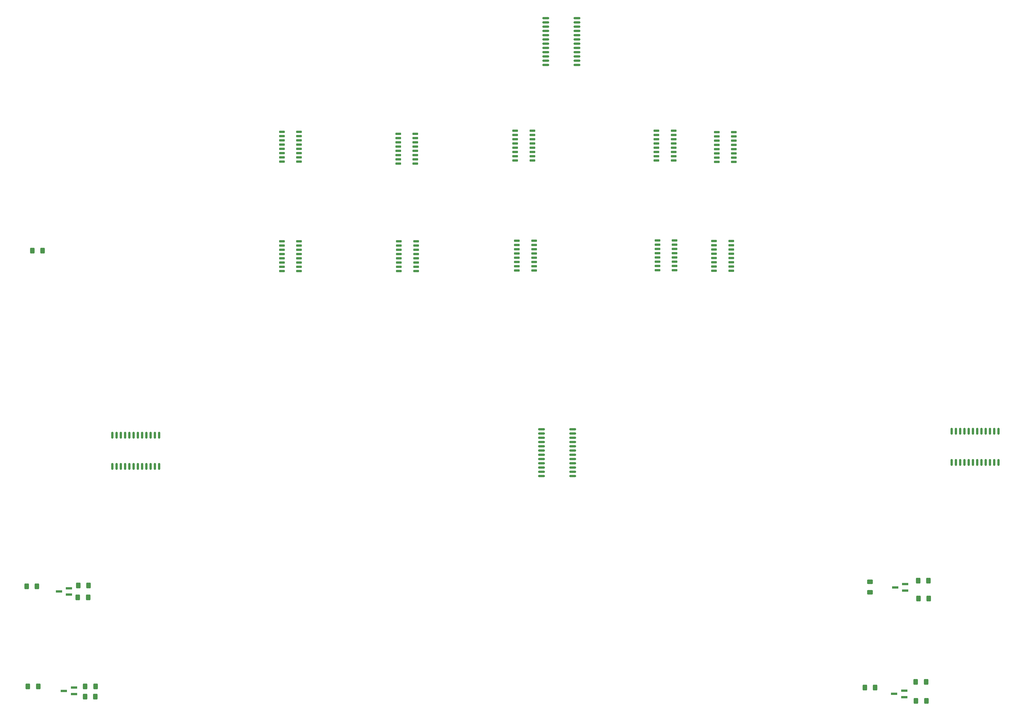
<source format=gbp>
%TF.GenerationSoftware,KiCad,Pcbnew,(5.99.0-11071-g7fde05e8ee)*%
%TF.CreationDate,2021-09-22T13:11:59+02:00*%
%TF.ProjectId,Mixduino,4d697864-7569-46e6-9f2e-6b696361645f,rev?*%
%TF.SameCoordinates,Original*%
%TF.FileFunction,Paste,Bot*%
%TF.FilePolarity,Positive*%
%FSLAX46Y46*%
G04 Gerber Fmt 4.6, Leading zero omitted, Abs format (unit mm)*
G04 Created by KiCad (PCBNEW (5.99.0-11071-g7fde05e8ee)) date 2021-09-22 13:11:59*
%MOMM*%
%LPD*%
G01*
G04 APERTURE LIST*
G04 Aperture macros list*
%AMRoundRect*
0 Rectangle with rounded corners*
0 $1 Rounding radius*
0 $2 $3 $4 $5 $6 $7 $8 $9 X,Y pos of 4 corners*
0 Add a 4 corners polygon primitive as box body*
4,1,4,$2,$3,$4,$5,$6,$7,$8,$9,$2,$3,0*
0 Add four circle primitives for the rounded corners*
1,1,$1+$1,$2,$3*
1,1,$1+$1,$4,$5*
1,1,$1+$1,$6,$7*
1,1,$1+$1,$8,$9*
0 Add four rect primitives between the rounded corners*
20,1,$1+$1,$2,$3,$4,$5,0*
20,1,$1+$1,$4,$5,$6,$7,0*
20,1,$1+$1,$6,$7,$8,$9,0*
20,1,$1+$1,$8,$9,$2,$3,0*%
G04 Aperture macros list end*
%ADD10RoundRect,0.250000X-0.400000X-0.625000X0.400000X-0.625000X0.400000X0.625000X-0.400000X0.625000X0*%
%ADD11R,1.900000X0.800000*%
%ADD12RoundRect,0.250000X0.400000X0.625000X-0.400000X0.625000X-0.400000X-0.625000X0.400000X-0.625000X0*%
%ADD13RoundRect,0.150000X0.150000X-0.875000X0.150000X0.875000X-0.150000X0.875000X-0.150000X-0.875000X0*%
%ADD14RoundRect,0.250000X0.625000X-0.400000X0.625000X0.400000X-0.625000X0.400000X-0.625000X-0.400000X0*%
%ADD15RoundRect,0.150000X0.725000X0.150000X-0.725000X0.150000X-0.725000X-0.150000X0.725000X-0.150000X0*%
%ADD16RoundRect,0.150000X0.875000X0.150000X-0.875000X0.150000X-0.875000X-0.150000X0.875000X-0.150000X0*%
G04 APERTURE END LIST*
D10*
X158750000Y-283300000D03*
X161850000Y-283300000D03*
D11*
X403500000Y-252750000D03*
X403500000Y-254650000D03*
X400500000Y-253700000D03*
D12*
X146050000Y-153162000D03*
X142950000Y-153162000D03*
D11*
X155400000Y-283650000D03*
X155400000Y-285550000D03*
X152400000Y-284600000D03*
D13*
X431385000Y-216350000D03*
X430115000Y-216350000D03*
X428845000Y-216350000D03*
X427575000Y-216350000D03*
X426305000Y-216350000D03*
X425035000Y-216350000D03*
X423765000Y-216350000D03*
X422495000Y-216350000D03*
X421225000Y-216350000D03*
X419955000Y-216350000D03*
X418685000Y-216350000D03*
X417415000Y-216350000D03*
X417415000Y-207050000D03*
X418685000Y-207050000D03*
X419955000Y-207050000D03*
X421225000Y-207050000D03*
X422495000Y-207050000D03*
X423765000Y-207050000D03*
X425035000Y-207050000D03*
X426305000Y-207050000D03*
X427575000Y-207050000D03*
X428845000Y-207050000D03*
X430115000Y-207050000D03*
X431385000Y-207050000D03*
D14*
X393000000Y-255150000D03*
X393000000Y-252050000D03*
D15*
X292244600Y-117315600D03*
X292244600Y-118585600D03*
X292244600Y-119855600D03*
X292244600Y-121125600D03*
X292244600Y-122395600D03*
X292244600Y-123665600D03*
X292244600Y-124935600D03*
X292244600Y-126205600D03*
X287094600Y-126205600D03*
X287094600Y-124935600D03*
X287094600Y-123665600D03*
X287094600Y-122395600D03*
X287094600Y-121125600D03*
X287094600Y-119855600D03*
X287094600Y-118585600D03*
X287094600Y-117315600D03*
X222589800Y-117678200D03*
X222589800Y-118948200D03*
X222589800Y-120218200D03*
X222589800Y-121488200D03*
X222589800Y-122758200D03*
X222589800Y-124028200D03*
X222589800Y-125298200D03*
X222589800Y-126568200D03*
X217439800Y-126568200D03*
X217439800Y-125298200D03*
X217439800Y-124028200D03*
X217439800Y-122758200D03*
X217439800Y-121488200D03*
X217439800Y-120218200D03*
X217439800Y-118948200D03*
X217439800Y-117678200D03*
X222589800Y-150378200D03*
X222589800Y-151648200D03*
X222589800Y-152918200D03*
X222589800Y-154188200D03*
X222589800Y-155458200D03*
X222589800Y-156728200D03*
X222589800Y-157998200D03*
X222589800Y-159268200D03*
X217439800Y-159268200D03*
X217439800Y-157998200D03*
X217439800Y-156728200D03*
X217439800Y-155458200D03*
X217439800Y-154188200D03*
X217439800Y-152918200D03*
X217439800Y-151648200D03*
X217439800Y-150378200D03*
D10*
X406650000Y-281900000D03*
X409750000Y-281900000D03*
D11*
X153900000Y-253950000D03*
X153900000Y-255850000D03*
X150900000Y-254900000D03*
D15*
X334426000Y-117348000D03*
X334426000Y-118618000D03*
X334426000Y-119888000D03*
X334426000Y-121158000D03*
X334426000Y-122428000D03*
X334426000Y-123698000D03*
X334426000Y-124968000D03*
X334426000Y-126238000D03*
X329276000Y-126238000D03*
X329276000Y-124968000D03*
X329276000Y-123698000D03*
X329276000Y-122428000D03*
X329276000Y-121158000D03*
X329276000Y-119888000D03*
X329276000Y-118618000D03*
X329276000Y-117348000D03*
D12*
X410550000Y-257000000D03*
X407450000Y-257000000D03*
X409850000Y-287600000D03*
X406750000Y-287600000D03*
D15*
X352383800Y-117729000D03*
X352383800Y-118999000D03*
X352383800Y-120269000D03*
X352383800Y-121539000D03*
X352383800Y-122809000D03*
X352383800Y-124079000D03*
X352383800Y-125349000D03*
X352383800Y-126619000D03*
X347233800Y-126619000D03*
X347233800Y-125349000D03*
X347233800Y-124079000D03*
X347233800Y-122809000D03*
X347233800Y-121539000D03*
X347233800Y-120269000D03*
X347233800Y-118999000D03*
X347233800Y-117729000D03*
D16*
X304250000Y-206515000D03*
X304250000Y-207785000D03*
X304250000Y-209055000D03*
X304250000Y-210325000D03*
X304250000Y-211595000D03*
X304250000Y-212865000D03*
X304250000Y-214135000D03*
X304250000Y-215405000D03*
X304250000Y-216675000D03*
X304250000Y-217945000D03*
X304250000Y-219215000D03*
X304250000Y-220485000D03*
X294950000Y-220485000D03*
X294950000Y-219215000D03*
X294950000Y-217945000D03*
X294950000Y-216675000D03*
X294950000Y-215405000D03*
X294950000Y-214135000D03*
X294950000Y-212865000D03*
X294950000Y-211595000D03*
X294950000Y-210325000D03*
X294950000Y-209055000D03*
X294950000Y-207785000D03*
X294950000Y-206515000D03*
D12*
X159650000Y-256700000D03*
X156550000Y-256700000D03*
D15*
X292744600Y-150215600D03*
X292744600Y-151485600D03*
X292744600Y-152755600D03*
X292744600Y-154025600D03*
X292744600Y-155295600D03*
X292744600Y-156565600D03*
X292744600Y-157835600D03*
X292744600Y-159105600D03*
X287594600Y-159105600D03*
X287594600Y-157835600D03*
X287594600Y-156565600D03*
X287594600Y-155295600D03*
X287594600Y-154025600D03*
X287594600Y-152755600D03*
X287594600Y-151485600D03*
X287594600Y-150215600D03*
D10*
X141650000Y-283300000D03*
X144750000Y-283300000D03*
D15*
X257514800Y-150368000D03*
X257514800Y-151638000D03*
X257514800Y-152908000D03*
X257514800Y-154178000D03*
X257514800Y-155448000D03*
X257514800Y-156718000D03*
X257514800Y-157988000D03*
X257514800Y-159258000D03*
X252364800Y-159258000D03*
X252364800Y-157988000D03*
X252364800Y-156718000D03*
X252364800Y-155448000D03*
X252364800Y-154178000D03*
X252364800Y-152908000D03*
X252364800Y-151638000D03*
X252364800Y-150368000D03*
D11*
X403200000Y-284550000D03*
X403200000Y-286450000D03*
X400200000Y-285500000D03*
D16*
X305550000Y-83715000D03*
X305550000Y-84985000D03*
X305550000Y-86255000D03*
X305550000Y-87525000D03*
X305550000Y-88795000D03*
X305550000Y-90065000D03*
X305550000Y-91335000D03*
X305550000Y-92605000D03*
X305550000Y-93875000D03*
X305550000Y-95145000D03*
X305550000Y-96415000D03*
X305550000Y-97685000D03*
X296250000Y-97685000D03*
X296250000Y-96415000D03*
X296250000Y-95145000D03*
X296250000Y-93875000D03*
X296250000Y-92605000D03*
X296250000Y-91335000D03*
X296250000Y-90065000D03*
X296250000Y-88795000D03*
X296250000Y-87525000D03*
X296250000Y-86255000D03*
X296250000Y-84985000D03*
X296250000Y-83715000D03*
D10*
X156650000Y-253100000D03*
X159750000Y-253100000D03*
X407350000Y-251700000D03*
X410450000Y-251700000D03*
D15*
X351571000Y-150266400D03*
X351571000Y-151536400D03*
X351571000Y-152806400D03*
X351571000Y-154076400D03*
X351571000Y-155346400D03*
X351571000Y-156616400D03*
X351571000Y-157886400D03*
X351571000Y-159156400D03*
X346421000Y-159156400D03*
X346421000Y-157886400D03*
X346421000Y-156616400D03*
X346421000Y-155346400D03*
X346421000Y-154076400D03*
X346421000Y-152806400D03*
X346421000Y-151536400D03*
X346421000Y-150266400D03*
X334701000Y-150113000D03*
X334701000Y-151383000D03*
X334701000Y-152653000D03*
X334701000Y-153923000D03*
X334701000Y-155193000D03*
X334701000Y-156463000D03*
X334701000Y-157733000D03*
X334701000Y-159003000D03*
X329551000Y-159003000D03*
X329551000Y-157733000D03*
X329551000Y-156463000D03*
X329551000Y-155193000D03*
X329551000Y-153923000D03*
X329551000Y-152653000D03*
X329551000Y-151383000D03*
X329551000Y-150113000D03*
D13*
X180785000Y-217550000D03*
X179515000Y-217550000D03*
X178245000Y-217550000D03*
X176975000Y-217550000D03*
X175705000Y-217550000D03*
X174435000Y-217550000D03*
X173165000Y-217550000D03*
X171895000Y-217550000D03*
X170625000Y-217550000D03*
X169355000Y-217550000D03*
X168085000Y-217550000D03*
X166815000Y-217550000D03*
X166815000Y-208250000D03*
X168085000Y-208250000D03*
X169355000Y-208250000D03*
X170625000Y-208250000D03*
X171895000Y-208250000D03*
X173165000Y-208250000D03*
X174435000Y-208250000D03*
X175705000Y-208250000D03*
X176975000Y-208250000D03*
X178245000Y-208250000D03*
X179515000Y-208250000D03*
X180785000Y-208250000D03*
D10*
X141250000Y-253400000D03*
X144350000Y-253400000D03*
D12*
X161798600Y-286334200D03*
X158698600Y-286334200D03*
D15*
X257311600Y-118237000D03*
X257311600Y-119507000D03*
X257311600Y-120777000D03*
X257311600Y-122047000D03*
X257311600Y-123317000D03*
X257311600Y-124587000D03*
X257311600Y-125857000D03*
X257311600Y-127127000D03*
X252161600Y-127127000D03*
X252161600Y-125857000D03*
X252161600Y-124587000D03*
X252161600Y-123317000D03*
X252161600Y-122047000D03*
X252161600Y-120777000D03*
X252161600Y-119507000D03*
X252161600Y-118237000D03*
D12*
X394550000Y-283600000D03*
X391450000Y-283600000D03*
M02*

</source>
